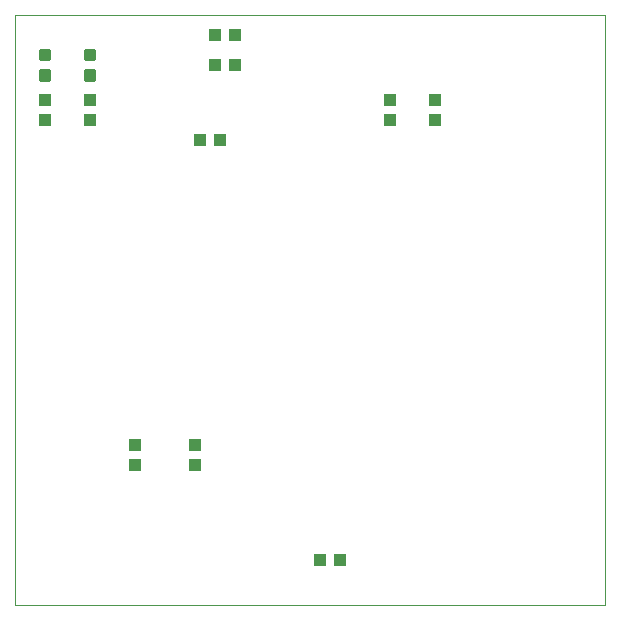
<source format=gtp>
G75*
%MOIN*%
%OFA0B0*%
%FSLAX25Y25*%
%IPPOS*%
%LPD*%
%AMOC8*
5,1,8,0,0,1.08239X$1,22.5*
%
%ADD10C,0.00000*%
%ADD11C,0.01181*%
%ADD12R,0.03937X0.04331*%
%ADD13R,0.04331X0.03937*%
D10*
X0005060Y0003591D02*
X0005060Y0200441D01*
X0201910Y0200441D01*
X0201910Y0003591D01*
X0005060Y0003591D01*
D11*
X0013682Y0178760D02*
X0016438Y0178760D01*
X0013682Y0178760D02*
X0013682Y0181516D01*
X0016438Y0181516D01*
X0016438Y0178760D01*
X0016438Y0179940D02*
X0013682Y0179940D01*
X0013682Y0181120D02*
X0016438Y0181120D01*
X0016438Y0185665D02*
X0013682Y0185665D01*
X0013682Y0188421D01*
X0016438Y0188421D01*
X0016438Y0185665D01*
X0016438Y0186845D02*
X0013682Y0186845D01*
X0013682Y0188025D02*
X0016438Y0188025D01*
X0028682Y0188421D02*
X0031438Y0188421D01*
X0031438Y0185665D01*
X0028682Y0185665D01*
X0028682Y0188421D01*
X0028682Y0186845D02*
X0031438Y0186845D01*
X0031438Y0188025D02*
X0028682Y0188025D01*
X0028682Y0181516D02*
X0031438Y0181516D01*
X0031438Y0178760D01*
X0028682Y0178760D01*
X0028682Y0181516D01*
X0028682Y0179940D02*
X0031438Y0179940D01*
X0031438Y0181120D02*
X0028682Y0181120D01*
D12*
X0030060Y0171937D03*
X0030060Y0165244D03*
X0015060Y0165244D03*
X0015060Y0171937D03*
X0045060Y0056937D03*
X0045060Y0050244D03*
X0065060Y0050244D03*
X0065060Y0056937D03*
X0130060Y0165244D03*
X0130060Y0171937D03*
X0145060Y0171937D03*
X0145060Y0165244D03*
D13*
X0078406Y0183591D03*
X0071714Y0183591D03*
X0071714Y0193591D03*
X0078406Y0193591D03*
X0073406Y0158591D03*
X0066714Y0158591D03*
X0106714Y0018591D03*
X0113406Y0018591D03*
M02*

</source>
